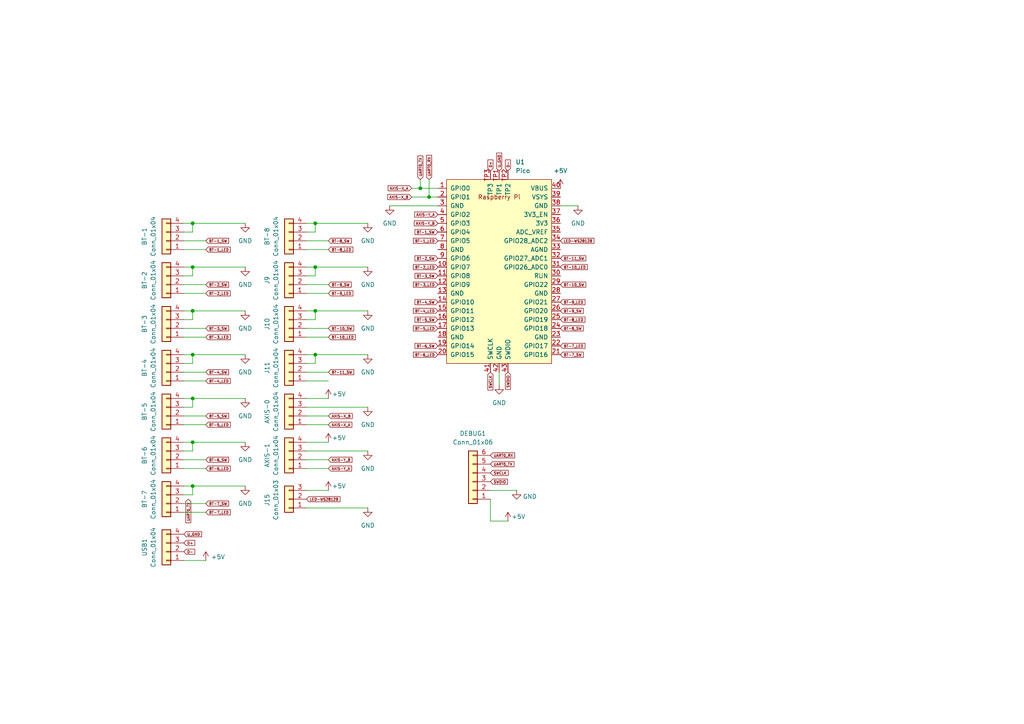
<source format=kicad_sch>
(kicad_sch (version 20231120) (generator "eeschema") (generator_version "8.0")
  (paper "A4")
  (lib_symbols
    (symbol "Connector_Generic:Conn_01x03" (pin_names (offset 1.016) hide)
      (property "Reference" "J" (at 0 5.08 0))
      (property "Value" "Conn_01x03" (at 0 -5.08 0))
      (symbol "Conn_01x03_1_1"
        (rectangle (start -1.27 -2.413) (end 0 -2.667) (stroke (width 0.1524)))
        (rectangle (start -1.27 0.127) (end 0 -0.127) (stroke (width 0.1524)))
        (rectangle (start -1.27 2.667) (end 0 2.413) (stroke (width 0.1524)))
        (rectangle (start -1.27 3.81) (end 1.27 -3.81) (stroke (width 0.254)) (fill (type background)))
        (pin passive line (at -5.08 2.54 0) (length 3.81) (name "Pin_1") (number "1"))
        (pin passive line (at -5.08 0 0) (length 3.81) (name "Pin_2") (number "2"))
        (pin passive line (at -5.08 -2.54 0) (length 3.81) (name "Pin_3") (number "3"))
      )
    )
    (symbol "Connector_Generic:Conn_01x04" (pin_names (offset 1.016) hide)
      (property "Reference" "J" (at 0 5.08 0))
      (property "Value" "Conn_01x04" (at 0 -7.62 0))
      (symbol "Conn_01x04_1_1"
        (rectangle (start -1.27 -4.953) (end 0 -5.207) (stroke (width 0.1524)))
        (rectangle (start -1.27 -2.413) (end 0 -2.667) (stroke (width 0.1524)))
        (rectangle (start -1.27 0.127) (end 0 -0.127) (stroke (width 0.1524)))
        (rectangle (start -1.27 2.667) (end 0 2.413) (stroke (width 0.1524)))
        (rectangle (start -1.27 3.81) (end 1.27 -6.35) (stroke (width 0.254)) (fill (type background)))
        (pin passive line (at -5.08 2.54 0) (length 3.81) (name "Pin_1") (number "1"))
        (pin passive line (at -5.08 0 0) (length 3.81) (name "Pin_2") (number "2"))
        (pin passive line (at -5.08 -2.54 0) (length 3.81) (name "Pin_3") (number "3"))
        (pin passive line (at -5.08 -5.08 0) (length 3.81) (name "Pin_4") (number "4"))
      )
    )
    (symbol "Connector_Generic:Conn_01x06" (pin_names (offset 1.016) hide)
      (property "Reference" "J" (at 0 7.62 0))
      (property "Value" "Conn_01x06" (at 0 -10.16 0))
      (symbol "Conn_01x06_1_1"
        (rectangle (start -1.27 -7.493) (end 0 -7.747) (stroke (width 0.1524)))
        (rectangle (start -1.27 -4.953) (end 0 -5.207) (stroke (width 0.1524)))
        (rectangle (start -1.27 -2.413) (end 0 -2.667) (stroke (width 0.1524)))
        (rectangle (start -1.27 0.127) (end 0 -0.127) (stroke (width 0.1524)))
        (rectangle (start -1.27 2.667) (end 0 2.413) (stroke (width 0.1524)))
        (rectangle (start -1.27 5.207) (end 0 4.953) (stroke (width 0.1524)))
        (rectangle (start -1.27 6.35) (end 1.27 -8.89) (stroke (width 0.254)) (fill (type background)))
        (pin passive line (at -5.08 5.08 0) (length 3.81) (name "Pin_1") (number "1"))
        (pin passive line (at -5.08 2.54 0) (length 3.81) (name "Pin_2") (number "2"))
        (pin passive line (at -5.08 0 0) (length 3.81) (name "Pin_3") (number "3"))
        (pin passive line (at -5.08 -2.54 0) (length 3.81) (name "Pin_4") (number "4"))
        (pin passive line (at -5.08 -5.08 0) (length 3.81) (name "Pin_5") (number "5"))
        (pin passive line (at -5.08 -7.62 0) (length 3.81) (name "Pin_6") (number "6"))
      )
    )
    (symbol "RPi_Pico:Pico" (pin_names (offset 1.016))
      (property "Reference" "U" (at -13.97 27.94 0))
      (property "Value" "Pico" (at 0 19.05 0))
      (symbol "Pico_0_0"
        (text "Raspberry Pi" (at 0 21.59 0) (effects (font (size 1.27 1.27))))
      )
      (symbol "Pico_0_1"
        (rectangle (start -15.24 26.67) (end 15.24 -26.67) (fill (type background)))
      )
      (symbol "Pico_1_1"
        (pin bidirectional line (at -17.78 24.13 0) (length 2.54) (name "GPIO0") (number "1"))
        (pin bidirectional line (at -17.78 1.27 0) (length 2.54) (name "GPIO7") (number "10"))
        (pin bidirectional line (at -17.78 -1.27 0) (length 2.54) (name "GPIO8") (number "11"))
        (pin bidirectional line (at -17.78 -3.81 0) (length 2.54) (name "GPIO9") (number "12"))
        (pin power_in line (at -17.78 -6.35 0) (length 2.54) (name "GND") (number "13"))
        (pin bidirectional line (at -17.78 -8.89 0) (length 2.54) (name "GPIO10") (number "14"))
        (pin bidirectional line (at -17.78 -11.43 0) (length 2.54) (name "GPIO11") (number "15"))
        (pin bidirectional line (at -17.78 -13.97 0) (length 2.54) (name "GPIO12") (number "16"))
        (pin bidirectional line (at -17.78 -16.51 0) (length 2.54) (name "GPIO13") (number "17"))
        (pin power_in line (at -17.78 -19.05 0) (length 2.54) (name "GND") (number "18"))
        (pin bidirectional line (at -17.78 -21.59 0) (length 2.54) (name "GPIO14") (number "19"))
        (pin bidirectional line (at -17.78 21.59 0) (length 2.54) (name "GPIO1") (number "2"))
        (pin bidirectional line (at -17.78 -24.13 0) (length 2.54) (name "GPIO15") (number "20"))
        (pin bidirectional line (at 17.78 -24.13 180) (length 2.54) (name "GPIO16") (number "21"))
        (pin bidirectional line (at 17.78 -21.59 180) (length 2.54) (name "GPIO17") (number "22"))
        (pin power_in line (at 17.78 -19.05 180) (length 2.54) (name "GND") (number "23"))
        (pin bidirectional line (at 17.78 -16.51 180) (length 2.54) (name "GPIO18") (number "24"))
        (pin bidirectional line (at 17.78 -13.97 180) (length 2.54) (name "GPIO19") (number "25"))
        (pin bidirectional line (at 17.78 -11.43 180) (length 2.54) (name "GPIO20") (number "26"))
        (pin bidirectional line (at 17.78 -8.89 180) (length 2.54) (name "GPIO21") (number "27"))
        (pin power_in line (at 17.78 -6.35 180) (length 2.54) (name "GND") (number "28"))
        (pin bidirectional line (at 17.78 -3.81 180) (length 2.54) (name "GPIO22") (number "29"))
        (pin power_in line (at -17.78 19.05 0) (length 2.54) (name "GND") (number "3"))
        (pin input line (at 17.78 -1.27 180) (length 2.54) (name "RUN") (number "30"))
        (pin bidirectional line (at 17.78 1.27 180) (length 2.54) (name "GPIO26_ADC0") (number "31"))
        (pin bidirectional line (at 17.78 3.81 180) (length 2.54) (name "GPIO27_ADC1") (number "32"))
        (pin power_in line (at 17.78 6.35 180) (length 2.54) (name "AGND") (number "33"))
        (pin bidirectional line (at 17.78 8.89 180) (length 2.54) (name "GPIO28_ADC2") (number "34"))
        (pin unspecified line (at 17.78 11.43 180) (length 2.54) (name "ADC_VREF") (number "35"))
        (pin unspecified line (at 17.78 13.97 180) (length 2.54) (name "3V3") (number "36"))
        (pin input line (at 17.78 16.51 180) (length 2.54) (name "3V3_EN") (number "37"))
        (pin bidirectional line (at 17.78 19.05 180) (length 2.54) (name "GND") (number "38"))
        (pin unspecified line (at 17.78 21.59 180) (length 2.54) (name "VSYS") (number "39"))
        (pin bidirectional line (at -17.78 16.51 0) (length 2.54) (name "GPIO2") (number "4"))
        (pin unspecified line (at 17.78 24.13 180) (length 2.54) (name "VBUS") (number "40"))
        (pin input line (at -2.54 -29.21 90) (length 2.54) (name "SWCLK") (number "41"))
        (pin power_in line (at 0 -29.21 90) (length 2.54) (name "GND") (number "42"))
        (pin bidirectional line (at 2.54 -29.21 90) (length 2.54) (name "SWDIO") (number "43"))
        (pin bidirectional line (at -17.78 13.97 0) (length 2.54) (name "GPIO3") (number "5"))
        (pin bidirectional line (at -17.78 11.43 0) (length 2.54) (name "GPIO4") (number "6"))
        (pin bidirectional line (at -17.78 8.89 0) (length 2.54) (name "GPIO5") (number "7"))
        (pin power_in line (at -17.78 6.35 0) (length 2.54) (name "GND") (number "8"))
        (pin bidirectional line (at -17.78 3.81 0) (length 2.54) (name "GPIO6") (number "9"))
        (pin unspecified line (at 0 29.21 270) (length 2.54) (name "TP1") (number "TP1"))
        (pin bidirectional line (at 2.54 29.21 270) (length 2.54) (name "TP2") (number "TP2"))
        (pin bidirectional line (at -2.54 29.21 270) (length 2.54) (name "TP3") (number "TP3"))
      )
    )
    (symbol "power:+5V" (power) (pin_numbers hide) (pin_names (offset 0) hide)
      (property "Value" "+5V" (at 0 3.556 0))
      (symbol "+5V_0_1"
        (polyline (pts (xy -0.762 1.27) (xy 0 2.54)))
        (polyline (pts (xy 0 0) (xy 0 2.54)))
        (polyline (pts (xy 0 2.54) (xy 0.762 1.27)))
      )
      (symbol "+5V_1_1"
        (pin power_in line (at 0 0 90) (length 0) (name "~") (number "1"))
      )
    )
    (symbol "power:GND" (power) (pin_numbers hide) (pin_names (offset 0) hide)
      (property "Value" "GND" (at 0 -3.81 0))
      (symbol "GND_0_1"
        (polyline (pts (xy 0 0) (xy 0 -1.27) (xy 1.27 -1.27) (xy 0 -2.54) (xy -1.27 -1.27) (xy 0 -1.27)))
      )
      (symbol "GND_1_1"
        (pin power_in line (at 0 0 270) (length 0) (name "~") (number "1"))
      )
    )
  )
  (junction (at 55.88 115.57))
  (junction (at 91.44 64.77))
  (junction (at 91.44 102.87))
  (junction (at 55.88 140.97))
  (junction (at 55.88 77.47))
  (junction (at 121.92 54.61))
  (junction (at 91.44 77.47))
  (junction (at 55.88 102.87))
  (junction (at 124.46 57.15))
  (junction (at 55.88 128.27))
  (junction (at 55.88 90.17))
  (junction (at 55.88 64.77))
  (junction (at 91.44 90.17))
  (wire (pts (xy 55.88 64.77) (xy 55.88 67.31)))
  (wire (pts (xy 53.34 115.57) (xy 55.88 115.57)))
  (wire (pts (xy 88.9 110.49) (xy 95.25 110.49)))
  (wire (pts (xy 144.78 107.95) (xy 144.78 111.76)))
  (wire (pts (xy 53.34 120.65) (xy 59.69 120.65)))
  (wire (pts (xy 142.24 151.13) (xy 147.32 151.13)))
  (wire (pts (xy 53.34 128.27) (xy 55.88 128.27)))
  (wire (pts (xy 91.44 64.77) (xy 91.44 67.31)))
  (wire (pts (xy 53.34 148.59) (xy 59.69 148.59)))
  (wire (pts (xy 53.34 105.41) (xy 55.88 105.41)))
  (wire (pts (xy 91.44 64.77) (xy 106.68 64.77)))
  (wire (pts (xy 55.88 77.47) (xy 55.88 80.01)))
  (wire (pts (xy 55.88 140.97) (xy 55.88 143.51)))
  (wire (pts (xy 124.46 57.15) (xy 127 57.15)))
  (wire (pts (xy 55.88 102.87) (xy 55.88 105.41)))
  (wire (pts (xy 121.92 52.07) (xy 121.92 54.61)))
  (wire (pts (xy 53.34 82.55) (xy 59.69 82.55)))
  (wire (pts (xy 91.44 102.87) (xy 91.44 105.41)))
  (wire (pts (xy 53.34 143.51) (xy 55.88 143.51)))
  (wire (pts (xy 55.88 115.57) (xy 71.12 115.57)))
  (wire (pts (xy 88.9 135.89) (xy 95.25 135.89)))
  (wire (pts (xy 53.34 92.71) (xy 55.88 92.71)))
  (wire (pts (xy 55.88 90.17) (xy 71.12 90.17)))
  (wire (pts (xy 53.34 133.35) (xy 59.69 133.35)))
  (wire (pts (xy 88.9 130.81) (xy 106.68 130.81)))
  (wire (pts (xy 55.88 90.17) (xy 55.88 92.71)))
  (wire (pts (xy 124.46 52.07) (xy 124.46 57.15)))
  (wire (pts (xy 53.34 123.19) (xy 59.69 123.19)))
  (wire (pts (xy 88.9 147.32) (xy 106.68 147.32)))
  (wire (pts (xy 53.34 67.31) (xy 55.88 67.31)))
  (wire (pts (xy 88.9 115.57) (xy 95.25 115.57)))
  (wire (pts (xy 53.34 162.56) (xy 59.69 162.56)))
  (wire (pts (xy 53.34 69.85) (xy 59.69 69.85)))
  (wire (pts (xy 88.9 85.09) (xy 95.25 85.09)))
  (wire (pts (xy 53.34 135.89) (xy 59.69 135.89)))
  (wire (pts (xy 53.34 90.17) (xy 55.88 90.17)))
  (wire (pts (xy 88.9 67.31) (xy 91.44 67.31)))
  (wire (pts (xy 91.44 77.47) (xy 91.44 80.01)))
  (wire (pts (xy 53.34 140.97) (xy 55.88 140.97)))
  (wire (pts (xy 88.9 80.01) (xy 91.44 80.01)))
  (wire (pts (xy 55.88 118.11) (xy 53.34 118.11)))
  (wire (pts (xy 53.34 102.87) (xy 55.88 102.87)))
  (wire (pts (xy 55.88 140.97) (xy 71.12 140.97)))
  (wire (pts (xy 55.88 77.47) (xy 71.12 77.47)))
  (wire (pts (xy 119.38 54.61) (xy 121.92 54.61)))
  (wire (pts (xy 88.9 64.77) (xy 91.44 64.77)))
  (wire (pts (xy 88.9 102.87) (xy 91.44 102.87)))
  (wire (pts (xy 121.92 54.61) (xy 127 54.61)))
  (wire (pts (xy 53.34 72.39) (xy 59.69 72.39)))
  (wire (pts (xy 53.34 77.47) (xy 55.88 77.47)))
  (wire (pts (xy 91.44 102.87) (xy 106.68 102.87)))
  (wire (pts (xy 88.9 107.95) (xy 95.25 107.95)))
  (wire (pts (xy 88.9 128.27) (xy 95.25 128.27)))
  (wire (pts (xy 88.9 123.19) (xy 95.25 123.19)))
  (wire (pts (xy 113.03 59.69) (xy 127 59.69)))
  (wire (pts (xy 53.34 64.77) (xy 55.88 64.77)))
  (wire (pts (xy 88.9 105.41) (xy 91.44 105.41)))
  (wire (pts (xy 53.34 130.81) (xy 55.88 130.81)))
  (wire (pts (xy 55.88 115.57) (xy 55.88 118.11)))
  (wire (pts (xy 88.9 77.47) (xy 91.44 77.47)))
  (wire (pts (xy 88.9 69.85) (xy 95.25 69.85)))
  (wire (pts (xy 53.34 97.79) (xy 59.69 97.79)))
  (wire (pts (xy 88.9 120.65) (xy 95.25 120.65)))
  (wire (pts (xy 53.34 80.01) (xy 55.88 80.01)))
  (wire (pts (xy 55.88 128.27) (xy 71.12 128.27)))
  (wire (pts (xy 88.9 97.79) (xy 95.25 97.79)))
  (wire (pts (xy 142.24 151.13) (xy 142.24 144.78)))
  (wire (pts (xy 88.9 142.24) (xy 95.25 142.24)))
  (wire (pts (xy 88.9 72.39) (xy 95.25 72.39)))
  (wire (pts (xy 53.34 107.95) (xy 59.69 107.95)))
  (wire (pts (xy 88.9 95.25) (xy 95.25 95.25)))
  (wire (pts (xy 88.9 92.71) (xy 91.44 92.71)))
  (wire (pts (xy 162.56 59.69) (xy 167.64 59.69)))
  (wire (pts (xy 53.34 95.25) (xy 59.69 95.25)))
  (wire (pts (xy 55.88 64.77) (xy 71.12 64.77)))
  (wire (pts (xy 119.38 57.15) (xy 124.46 57.15)))
  (wire (pts (xy 88.9 118.11) (xy 106.68 118.11)))
  (wire (pts (xy 53.34 146.05) (xy 59.69 146.05)))
  (wire (pts (xy 91.44 90.17) (xy 91.44 92.71)))
  (wire (pts (xy 88.9 82.55) (xy 95.25 82.55)))
  (wire (pts (xy 55.88 102.87) (xy 71.12 102.87)))
  (wire (pts (xy 55.88 128.27) (xy 55.88 130.81)))
  (wire (pts (xy 88.9 90.17) (xy 91.44 90.17)))
  (wire (pts (xy 53.34 85.09) (xy 59.69 85.09)))
  (wire (pts (xy 88.9 133.35) (xy 95.25 133.35)))
  (wire (pts (xy 53.34 110.49) (xy 59.69 110.49)))
  (wire (pts (xy 142.24 142.24) (xy 149.86 142.24)))
  (wire (pts (xy 91.44 90.17) (xy 106.68 90.17)))
  (wire (pts (xy 91.44 77.47) (xy 106.68 77.47)))
  (global_label "BT-1_SW" (shape input) (at 59.69 69.85 0) (effects (font (size 0.762 0.762))) (property "Intersheetrefs" "${INTERSHEET_REFS}" (effects (hide yes))))
  (global_label "BT-1_LED" (shape input) (at 127 69.85 180) (effects (font (size 0.762 0.762))) (property "Intersheetrefs" "${INTERSHEET_REFS}" (effects (hide yes))))
  (global_label "BT-8_SW" (shape input) (at 95.25 69.85 0) (effects (font (size 0.762 0.762))) (property "Intersheetrefs" "${INTERSHEET_REFS}" (effects (hide yes))))
  (global_label "BT-10_LED" (shape input) (at 162.56 77.47 0) (effects (font (size 0.762 0.762))) (property "Intersheetrefs" "${INTERSHEET_REFS}" (effects (hide yes))))
  (global_label "BT-8_SW" (shape input) (at 162.56 95.25 0) (effects (font (size 0.762 0.762))) (property "Intersheetrefs" "${INTERSHEET_REFS}" (effects (hide yes))))
  (global_label "SWDIO" (shape input) (at 147.32 107.95 270) (effects (font (size 0.762 0.762))) (property "Intersheetrefs" "${INTERSHEET_REFS}" (effects (hide yes))))
  (global_label "BT-5_SW" (shape input) (at 59.69 120.65 0) (effects (font (size 0.762 0.762))) (property "Intersheetrefs" "${INTERSHEET_REFS}" (effects (hide yes))))
  (global_label "BT-5_LED" (shape input) (at 59.69 123.19 0) (effects (font (size 0.762 0.762))) (property "Intersheetrefs" "${INTERSHEET_REFS}" (effects (hide yes))))
  (global_label "BT-6_LED" (shape input) (at 59.69 135.89 0) (effects (font (size 0.762 0.762))) (property "Intersheetrefs" "${INTERSHEET_REFS}" (effects (hide yes))))
  (global_label "BT-4_LED" (shape input) (at 127 90.17 180) (effects (font (size 0.762 0.762))) (property "Intersheetrefs" "${INTERSHEET_REFS}" (effects (hide yes))))
  (global_label "SWCLK" (shape input) (at 142.24 137.16 0) (effects (font (size 0.762 0.762))) (property "Intersheetrefs" "${INTERSHEET_REFS}" (effects (hide yes))))
  (global_label "UART0_RX" (shape input) (at 142.24 132.08 0) (effects (font (size 0.762 0.762))) (property "Intersheetrefs" "${INTERSHEET_REFS}" (effects (hide yes))))
  (global_label "BT-4_SW" (shape input) (at 59.69 107.95 0) (effects (font (size 0.762 0.762))) (property "Intersheetrefs" "${INTERSHEET_REFS}" (effects (hide yes))))
  (global_label "BT-9_SW" (shape input) (at 95.25 82.55 0) (effects (font (size 0.762 0.762))) (property "Intersheetrefs" "${INTERSHEET_REFS}" (effects (hide yes))))
  (global_label "U_GND" (shape input) (at 144.78 49.53 90) (effects (font (size 0.762 0.762))) (property "Intersheetrefs" "${INTERSHEET_REFS}" (effects (hide yes))))
  (global_label "BT-4_SW" (shape input) (at 127 87.63 180) (effects (font (size 0.762 0.762))) (property "Intersheetrefs" "${INTERSHEET_REFS}" (effects (hide yes))))
  (global_label "SWCLK" (shape input) (at 142.24 107.95 270) (effects (font (size 0.762 0.762))) (property "Intersheetrefs" "${INTERSHEET_REFS}" (effects (hide yes))))
  (global_label "BT-9_LED" (shape input) (at 95.25 85.09 0) (effects (font (size 0.762 0.762))) (property "Intersheetrefs" "${INTERSHEET_REFS}" (effects (hide yes))))
  (global_label "BT-10_LED" (shape input) (at 95.25 97.79 0) (effects (font (size 0.762 0.762))) (property "Intersheetrefs" "${INTERSHEET_REFS}" (effects (hide yes))))
  (global_label "BT-2_SW" (shape input) (at 59.69 82.55 0) (effects (font (size 0.762 0.762))) (property "Intersheetrefs" "${INTERSHEET_REFS}" (effects (hide yes))))
  (global_label "BT-10_SW" (shape input) (at 162.56 82.55 0) (effects (font (size 0.762 0.762))) (property "Intersheetrefs" "${INTERSHEET_REFS}" (effects (hide yes))))
  (global_label "BT-5_SW" (shape input) (at 127 92.71 180) (effects (font (size 0.762 0.762))) (property "Intersheetrefs" "${INTERSHEET_REFS}" (effects (hide yes))))
  (global_label "BT-1_SW" (shape input) (at 127 67.31 180) (effects (font (size 0.762 0.762))) (property "Intersheetrefs" "${INTERSHEET_REFS}" (effects (hide yes))))
  (global_label "BT-3_LED" (shape input) (at 59.69 97.79 0) (effects (font (size 0.762 0.762))) (property "Intersheetrefs" "${INTERSHEET_REFS}" (effects (hide yes))))
  (global_label "BT-7_LED" (shape input) (at 162.56 100.33 0) (effects (font (size 0.762 0.762))) (property "Intersheetrefs" "${INTERSHEET_REFS}" (effects (hide yes))))
  (global_label "BT-9_SW" (shape input) (at 162.56 90.17 0) (effects (font (size 0.762 0.762))) (property "Intersheetrefs" "${INTERSHEET_REFS}" (effects (hide yes))))
  (global_label "D-" (shape input) (at 53.34 160.02 0) (effects (font (size 0.762 0.762))) (property "Intersheetrefs" "${INTERSHEET_REFS}" (effects (hide yes))))
  (global_label "AXIS-Y_A" (shape input) (at 95.25 135.89 0) (effects (font (size 0.762 0.762))) (property "Intersheetrefs" "${INTERSHEET_REFS}" (effects (hide yes))))
  (global_label "BT-10_SW" (shape input) (at 95.25 95.25 0) (effects (font (size 0.762 0.762))) (property "Intersheetrefs" "${INTERSHEET_REFS}" (effects (hide yes))))
  (global_label "UART0_TX" (shape input) (at 54.61 144.78 270) (effects (font (size 0.762 0.762))) (property "Intersheetrefs" "${INTERSHEET_REFS}" (effects (hide yes))))
  (global_label "D+" (shape input) (at 142.24 49.53 90) (effects (font (size 0.762 0.762))) (property "Intersheetrefs" "${INTERSHEET_REFS}" (effects (hide yes))))
  (global_label "AXIS-Y_B" (shape input) (at 95.25 133.35 0) (effects (font (size 0.762 0.762))) (property "Intersheetrefs" "${INTERSHEET_REFS}" (effects (hide yes))))
  (global_label "BT-7_SW" (shape input) (at 59.69 146.05 0) (effects (font (size 0.762 0.762))) (property "Intersheetrefs" "${INTERSHEET_REFS}" (effects (hide yes))))
  (global_label "UART0_TX" (shape input) (at 142.24 134.62 0) (effects (font (size 0.762 0.762))) (property "Intersheetrefs" "${INTERSHEET_REFS}" (effects (hide yes))))
  (global_label "BT-9_LED" (shape input) (at 162.56 87.63 0) (effects (font (size 0.762 0.762))) (property "Intersheetrefs" "${INTERSHEET_REFS}" (effects (hide yes))))
  (global_label "AXIS-Y_A" (shape input) (at 127 62.23 180) (effects (font (size 0.762 0.762))) (property "Intersheetrefs" "${INTERSHEET_REFS}" (effects (hide yes))))
  (global_label "BT-1_LED" (shape input) (at 59.69 72.39 0) (effects (font (size 0.762 0.762))) (property "Intersheetrefs" "${INTERSHEET_REFS}" (effects (hide yes))))
  (global_label "BT-7_LED" (shape input) (at 59.69 148.59 0) (effects (font (size 0.762 0.762))) (property "Intersheetrefs" "${INTERSHEET_REFS}" (effects (hide yes))))
  (global_label "UART0_RX" (shape input) (at 124.46 52.07 90) (effects (font (size 0.762 0.762))) (property "Intersheetrefs" "${INTERSHEET_REFS}" (effects (hide yes))))
  (global_label "BT-2_SW" (shape input) (at 127 74.93 180) (effects (font (size 0.762 0.762))) (property "Intersheetrefs" "${INTERSHEET_REFS}" (effects (hide yes))))
  (global_label "AXIS-X_B" (shape input) (at 119.38 57.15 180) (effects (font (size 0.762 0.762))) (property "Intersheetrefs" "${INTERSHEET_REFS}" (effects (hide yes))))
  (global_label "BT-3_SW" (shape input) (at 127 80.01 180) (effects (font (size 0.762 0.762))) (property "Intersheetrefs" "${INTERSHEET_REFS}" (effects (hide yes))))
  (global_label "BT-11_SW" (shape input) (at 162.56 74.93 0) (effects (font (size 0.762 0.762))) (property "Intersheetrefs" "${INTERSHEET_REFS}" (effects (hide yes))))
  (global_label "AXIS-Y_B" (shape input) (at 127 64.77 180) (effects (font (size 0.762 0.762))) (property "Intersheetrefs" "${INTERSHEET_REFS}" (effects (hide yes))))
  (global_label "BT-3_SW" (shape input) (at 59.69 95.25 0) (effects (font (size 0.762 0.762))) (property "Intersheetrefs" "${INTERSHEET_REFS}" (effects (hide yes))))
  (global_label "BT-5_LED" (shape input) (at 127 95.25 180) (effects (font (size 0.762 0.762))) (property "Intersheetrefs" "${INTERSHEET_REFS}" (effects (hide yes))))
  (global_label "BT-8_LED" (shape input) (at 162.56 92.71 0) (effects (font (size 0.762 0.762))) (property "Intersheetrefs" "${INTERSHEET_REFS}" (effects (hide yes))))
  (global_label "BT-8_LED" (shape input) (at 95.25 72.39 0) (effects (font (size 0.762 0.762))) (property "Intersheetrefs" "${INTERSHEET_REFS}" (effects (hide yes))))
  (global_label "AXIS-X_A" (shape input) (at 95.25 123.19 0) (effects (font (size 0.762 0.762))) (property "Intersheetrefs" "${INTERSHEET_REFS}" (effects (hide yes))))
  (global_label "SWDIO" (shape input) (at 142.24 139.7 0) (effects (font (size 0.762 0.762))) (property "Intersheetrefs" "${INTERSHEET_REFS}" (effects (hide yes))))
  (global_label "D+" (shape input) (at 53.34 157.48 0) (effects (font (size 0.762 0.762))) (property "Intersheetrefs" "${INTERSHEET_REFS}" (effects (hide yes))))
  (global_label "BT-7_SW" (shape input) (at 162.56 102.87 0) (effects (font (size 0.762 0.762))) (property "Intersheetrefs" "${INTERSHEET_REFS}" (effects (hide yes))))
  (global_label "BT-2_LED" (shape input) (at 127 77.47 180) (effects (font (size 0.762 0.762))) (property "Intersheetrefs" "${INTERSHEET_REFS}" (effects (hide yes))))
  (global_label "U_GND" (shape input) (at 53.34 154.94 0) (effects (font (size 0.762 0.762))) (property "Intersheetrefs" "${INTERSHEET_REFS}" (effects (hide yes))))
  (global_label "AXIS-X_B" (shape input) (at 95.25 120.65 0) (effects (font (size 0.762 0.762))) (property "Intersheetrefs" "${INTERSHEET_REFS}" (effects (hide yes))))
  (global_label "LED-WS2812B" (shape input) (at 88.9 144.78 0) (effects (font (size 0.762 0.762))) (property "Intersheetrefs" "${INTERSHEET_REFS}" (effects (hide yes))))
  (global_label "BT-11_SW" (shape input) (at 95.25 107.95 0) (effects (font (size 0.762 0.762))) (property "Intersheetrefs" "${INTERSHEET_REFS}" (effects (hide yes))))
  (global_label "BT-6_LED" (shape input) (at 127 102.87 180) (effects (font (size 0.762 0.762))) (property "Intersheetrefs" "${INTERSHEET_REFS}" (effects (hide yes))))
  (global_label "D-" (shape input) (at 147.32 49.53 90) (effects (font (size 0.762 0.762))) (property "Intersheetrefs" "${INTERSHEET_REFS}" (effects (hide yes))))
  (global_label "BT-3_LED" (shape input) (at 127 82.55 180) (effects (font (size 0.762 0.762))) (property "Intersheetrefs" "${INTERSHEET_REFS}" (effects (hide yes))))
  (global_label "AXIS-X_A" (shape input) (at 119.38 54.61 180) (effects (font (size 0.762 0.762))) (property "Intersheetrefs" "${INTERSHEET_REFS}" (effects (hide yes))))
  (global_label "UART0_TX" (shape input) (at 121.92 52.07 90) (effects (font (size 0.762 0.762))) (property "Intersheetrefs" "${INTERSHEET_REFS}" (effects (hide yes))))
  (global_label "BT-2_LED" (shape input) (at 59.69 85.09 0) (effects (font (size 0.762 0.762))) (property "Intersheetrefs" "${INTERSHEET_REFS}" (effects (hide yes))))
  (global_label "BT-4_LED" (shape input) (at 59.69 110.49 0) (effects (font (size 0.762 0.762))) (property "Intersheetrefs" "${INTERSHEET_REFS}" (effects (hide yes))))
  (global_label "BT-6_SW" (shape input) (at 127 100.33 180) (effects (font (size 0.762 0.762))) (property "Intersheetrefs" "${INTERSHEET_REFS}" (effects (hide yes))))
  (global_label "BT-6_SW" (shape input) (at 59.69 133.35 0) (effects (font (size 0.762 0.762))) (property "Intersheetrefs" "${INTERSHEET_REFS}" (effects (hide yes))))
  (global_label "LED-WS2812B" (shape input) (at 162.56 69.85 0) (effects (font (size 0.762 0.762))) (property "Intersheetrefs" "${INTERSHEET_REFS}" (effects (hide yes))))
  (symbol (lib_id "power:+5V") (at 95.25 128.27 0) (unit 1)
    (property "Reference" "#PWR014" (effects (hide yes)))
    (property "Value" "+5V" (at 98.298 127 0))
    (property "Description" "Power symbol creates a global label with name \"+5V\"" (effects (hide yes)))
  )
  (symbol (lib_id "power:GND") (at 167.64 59.69 0) (unit 1)
    (property "Reference" "#PWR021" (effects (hide yes)))
    (property "Value" "GND" (at 167.64 64.77 0))
    (property "Description" "Power symbol creates a global label with name \"GND\" , ground" (effects (hide yes)))
  )
  (symbol (lib_id "power:GND") (at 71.12 140.97 0) (unit 1)
    (property "Reference" "#PWR011" (effects (hide yes)))
    (property "Value" "GND" (at 71.12 146.05 0))
    (property "Description" "Power symbol creates a global label with name \"GND\" , ground" (effects (hide yes)))
  )
  (symbol (lib_id "power:+5V") (at 59.69 162.56 0) (unit 1)
    (property "Reference" "#PWR013" (effects (hide yes)))
    (property "Value" "+5V" (at 63.246 161.544 0))
    (property "Description" "Power symbol creates a global label with name \"+5V\"" (effects (hide yes)))
  )
  (symbol (lib_id "Connector_Generic:Conn_01x04") (at 48.26 107.95 180) (unit 1)
    (property "Reference" "BT-4" (at 41.91 106.68 90))
    (property "Value" "Conn_01x04" (at 44.45 106.68 90))
    (property "Footprint" "Connector_JST:JST_XH_B4B-XH-A_1x04_P2.50mm_Vertical" (effects (hide yes)))
    (property "Description" "Generic connector, single row, 01x04, script generated (kicad-library-utils/schlib/autogen/connector/)" (effects (hide yes)))
  )
  (symbol (lib_id "power:GND") (at 106.68 130.81 0) (unit 1)
    (property "Reference" "#PWR03" (effects (hide yes)))
    (property "Value" "GND" (at 106.68 135.89 0))
    (property "Description" "Power symbol creates a global label with name \"GND\" , ground" (effects (hide yes)))
  )
  (symbol (lib_id "Connector_Generic:Conn_01x04") (at 83.82 133.35 180) (unit 1)
    (property "Reference" "AXIS-1" (at 77.47 132.08 90))
    (property "Value" "Conn_01x04" (at 80.01 132.08 90))
    (property "Footprint" "Connector_JST:JST_XH_B4B-XH-A_1x04_P2.50mm_Vertical" (effects (hide yes)))
    (property "Description" "Generic connector, single row, 01x04, script generated (kicad-library-utils/schlib/autogen/connector/)" (effects (hide yes)))
  )
  (symbol (lib_id "Connector_Generic:Conn_01x04") (at 48.26 133.35 180) (unit 1)
    (property "Reference" "BT-6" (at 41.91 132.08 90))
    (property "Value" "Conn_01x04" (at 44.45 132.08 90))
    (property "Footprint" "Connector_JST:JST_XH_B4B-XH-A_1x04_P2.50mm_Vertical" (effects (hide yes)))
    (property "Description" "Generic connector, single row, 01x04, script generated (kicad-library-utils/schlib/autogen/connector/)" (effects (hide yes)))
  )
  (symbol (lib_id "Connector_Generic:Conn_01x04") (at 48.26 95.25 180) (unit 1)
    (property "Reference" "BT-3" (at 41.91 93.98 90))
    (property "Value" "Conn_01x04" (at 44.45 93.98 90))
    (property "Footprint" "Connector_JST:JST_XH_B4B-XH-A_1x04_P2.50mm_Vertical" (effects (hide yes)))
    (property "Description" "Generic connector, single row, 01x04, script generated (kicad-library-utils/schlib/autogen/connector/)" (effects (hide yes)))
  )
  (symbol (lib_id "power:GND") (at 71.12 128.27 0) (unit 1)
    (property "Reference" "#PWR05" (effects (hide yes)))
    (property "Value" "GND" (at 71.12 133.35 0))
    (property "Description" "Power symbol creates a global label with name \"GND\" , ground" (effects (hide yes)))
  )
  (symbol (lib_id "Connector_Generic:Conn_01x06") (at 137.16 139.7 180) (unit 1)
    (property "Reference" "DEBUG1" (at 137.16 125.73 0))
    (property "Value" "Conn_01x06" (at 137.16 128.27 0))
    (property "Footprint" "Connector_PinHeader_2.54mm:PinHeader_1x06_P2.54mm_Vertical" (effects (hide yes)))
    (property "Description" "Generic connector, single row, 01x06, script generated (kicad-library-utils/schlib/autogen/connector/)" (effects (hide yes)))
  )
  (symbol (lib_id "power:GND") (at 106.68 102.87 0) (unit 1)
    (property "Reference" "#PWR018" (effects (hide yes)))
    (property "Value" "GND" (at 106.68 107.95 0))
    (property "Description" "Power symbol creates a global label with name \"GND\" , ground" (effects (hide yes)))
  )
  (symbol (lib_id "power:GND") (at 71.12 77.47 0) (unit 1)
    (property "Reference" "#PWR07" (effects (hide yes)))
    (property "Value" "GND" (at 71.12 82.55 0))
    (property "Description" "Power symbol creates a global label with name \"GND\" , ground" (effects (hide yes)))
  )
  (symbol (lib_id "power:+5V") (at 162.56 54.61 0) (unit 1)
    (property "Reference" "#PWR012" (effects (hide yes)))
    (property "Value" "+5V" (at 162.56 49.53 0))
    (property "Description" "Power symbol creates a global label with name \"+5V\"" (effects (hide yes)))
  )
  (symbol (lib_id "Connector_Generic:Conn_01x04") (at 83.82 69.85 180) (unit 1)
    (property "Reference" "BT-8" (at 77.47 68.58 90))
    (property "Value" "Conn_01x04" (at 80.01 68.58 90))
    (property "Footprint" "Connector_JST:JST_XH_B4B-XH-A_1x04_P2.50mm_Vertical" (effects (hide yes)))
    (property "Description" "Generic connector, single row, 01x04, script generated (kicad-library-utils/schlib/autogen/connector/)" (effects (hide yes)))
  )
  (symbol (lib_id "power:+5V") (at 95.25 142.24 0) (unit 1)
    (property "Reference" "#PWR020" (effects (hide yes)))
    (property "Value" "+5V" (at 98.298 140.97 0))
    (property "Description" "Power symbol creates a global label with name \"+5V\"" (effects (hide yes)))
  )
  (symbol (lib_id "power:GND") (at 106.68 147.32 0) (unit 1)
    (property "Reference" "#PWR019" (effects (hide yes)))
    (property "Value" "GND" (at 106.68 152.4 0))
    (property "Description" "Power symbol creates a global label with name \"GND\" , ground" (effects (hide yes)))
  )
  (symbol (lib_id "power:GND") (at 71.12 102.87 0) (unit 1)
    (property "Reference" "#PWR09" (effects (hide yes)))
    (property "Value" "GND" (at 71.12 107.95 0))
    (property "Description" "Power symbol creates a global label with name \"GND\" , ground" (effects (hide yes)))
  )
  (symbol (lib_id "power:GND") (at 149.86 142.24 0) (unit 1)
    (property "Reference" "#PWR023" (effects (hide yes)))
    (property "Value" "GND" (at 153.67 144.018 0))
    (property "Description" "Power symbol creates a global label with name \"GND\" , ground" (effects (hide yes)))
  )
  (symbol (lib_id "Connector_Generic:Conn_01x04") (at 83.82 120.65 180) (unit 1)
    (property "Reference" "AXIS-0" (at 77.47 119.38 90))
    (property "Value" "Conn_01x04" (at 80.01 119.38 90))
    (property "Footprint" "Connector_JST:JST_XH_B4B-XH-A_1x04_P2.50mm_Vertical" (effects (hide yes)))
    (property "Description" "Generic connector, single row, 01x04, script generated (kicad-library-utils/schlib/autogen/connector/)" (effects (hide yes)))
  )
  (symbol (lib_id "power:+5V") (at 147.32 151.13 0) (unit 1)
    (property "Reference" "#PWR024" (effects (hide yes)))
    (property "Value" "+5V" (at 150.368 149.86 0))
    (property "Description" "Power symbol creates a global label with name \"+5V\"" (effects (hide yes)))
  )
  (symbol (lib_id "power:GND") (at 106.68 64.77 0) (unit 1)
    (property "Reference" "#PWR016" (effects (hide yes)))
    (property "Value" "GND" (at 106.68 69.85 0))
    (property "Description" "Power symbol creates a global label with name \"GND\" , ground" (effects (hide yes)))
  )
  (symbol (lib_id "power:+5V") (at 95.25 115.57 0) (unit 1)
    (property "Reference" "#PWR015" (effects (hide yes)))
    (property "Value" "+5V" (at 98.298 114.3 0))
    (property "Description" "Power symbol creates a global label with name \"+5V\"" (effects (hide yes)))
  )
  (symbol (lib_id "RPi_Pico:Pico") (at 144.78 78.74 0) (unit 1)
    (property "Reference" "U1" (at 149.5141 46.99 0) (effects (justify left)))
    (property "Value" "Pico" (at 149.5141 49.53 0) (effects (justify left)))
    (property "Footprint" "RPi_Pico:RPi_Pico_SMD_TH" (effects (hide yes)))
  )
  (symbol (lib_id "Connector_Generic:Conn_01x04") (at 83.82 95.25 180) (unit 1)
    (property "Reference" "J10" (at 77.47 93.98 90))
    (property "Value" "Conn_01x04" (at 80.01 93.98 90))
    (property "Footprint" "Connector_JST:JST_XH_B4B-XH-A_1x04_P2.50mm_Vertical" (effects (hide yes)))
    (property "Description" "Generic connector, single row, 01x04, script generated (kicad-library-utils/schlib/autogen/connector/)" (effects (hide yes)))
  )
  (symbol (lib_id "power:GND") (at 113.03 59.69 0) (unit 1)
    (property "Reference" "#PWR01" (effects (hide yes)))
    (property "Value" "GND" (at 113.03 64.77 0))
    (property "Description" "Power symbol creates a global label with name \"GND\" , ground" (effects (hide yes)))
  )
  (symbol (lib_id "power:GND") (at 106.68 118.11 0) (unit 1)
    (property "Reference" "#PWR02" (effects (hide yes)))
    (property "Value" "GND" (at 106.68 123.19 0))
    (property "Description" "Power symbol creates a global label with name \"GND\" , ground" (effects (hide yes)))
  )
  (symbol (lib_id "power:GND") (at 71.12 90.17 0) (unit 1)
    (property "Reference" "#PWR08" (effects (hide yes)))
    (property "Value" "GND" (at 71.12 95.25 0))
    (property "Description" "Power symbol creates a global label with name \"GND\" , ground" (effects (hide yes)))
  )
  (symbol (lib_id "Connector_Generic:Conn_01x04") (at 48.26 146.05 180) (unit 1)
    (property "Reference" "BT-7" (at 41.91 144.78 90))
    (property "Value" "Conn_01x04" (at 44.45 144.78 90))
    (property "Footprint" "Connector_JST:JST_XH_B4B-XH-A_1x04_P2.50mm_Vertical" (effects (hide yes)))
    (property "Description" "Generic connector, single row, 01x04, script generated (kicad-library-utils/schlib/autogen/connector/)" (effects (hide yes)))
  )
  (symbol (lib_id "Connector_Generic:Conn_01x04") (at 83.82 82.55 180) (unit 1)
    (property "Reference" "J9" (at 77.47 81.28 90))
    (property "Value" "Conn_01x04" (at 80.01 81.28 90))
    (property "Footprint" "Connector_JST:JST_XH_B4B-XH-A_1x04_P2.50mm_Vertical" (effects (hide yes)))
    (property "Description" "Generic connector, single row, 01x04, script generated (kicad-library-utils/schlib/autogen/connector/)" (effects (hide yes)))
  )
  (symbol (lib_id "power:GND") (at 71.12 115.57 0) (mirror y) (unit 1)
    (property "Reference" "#PWR010" (effects (hide yes)))
    (property "Value" "GND" (at 71.12 120.65 0))
    (property "Description" "Power symbol creates a global label with name \"GND\" , ground" (effects (hide yes)))
  )
  (symbol (lib_id "Connector_Generic:Conn_01x04") (at 48.26 160.02 180) (unit 1)
    (property "Reference" "USB1" (at 41.91 158.75 90))
    (property "Value" "Conn_01x04" (at 44.45 158.75 90))
    (property "Footprint" "Connector_JST:JST_XH_B4B-XH-A_1x04_P2.50mm_Vertical" (effects (hide yes)))
    (property "Description" "Generic connector, single row, 01x04, script generated (kicad-library-utils/schlib/autogen/connector/)" (effects (hide yes)))
  )
  (symbol (lib_id "Connector_Generic:Conn_01x03") (at 83.82 144.78 180) (unit 1)
    (property "Reference" "J15" (at 77.47 145.034 90))
    (property "Value" "Conn_01x03" (at 80.01 145.034 90))
    (property "Footprint" "Connector_JST:JST_XH_B3B-XH-A_1x03_P2.50mm_Vertical" (effects (hide yes)))
    (property "Description" "Generic connector, single row, 01x03, script generated (kicad-library-utils/schlib/autogen/connector/)" (effects (hide yes)))
  )
  (symbol (lib_id "power:GND") (at 106.68 77.47 0) (unit 1)
    (property "Reference" "#PWR04" (effects (hide yes)))
    (property "Value" "GND" (at 106.68 82.55 0))
    (property "Description" "Power symbol creates a global label with name \"GND\" , ground" (effects (hide yes)))
  )
  (symbol (lib_id "power:GND") (at 106.68 90.17 0) (unit 1)
    (property "Reference" "#PWR017" (effects (hide yes)))
    (property "Value" "GND" (at 106.68 95.25 0))
    (property "Description" "Power symbol creates a global label with name \"GND\" , ground" (effects (hide yes)))
  )
  (symbol (lib_id "Connector_Generic:Conn_01x04") (at 48.26 120.65 180) (unit 1)
    (property "Reference" "BT-5" (at 41.91 119.38 90))
    (property "Value" "Conn_01x04" (at 44.45 119.38 90))
    (property "Footprint" "Connector_JST:JST_XH_B4B-XH-A_1x04_P2.50mm_Vertical" (effects (hide yes)))
    (property "Description" "Generic connector, single row, 01x04, script generated (kicad-library-utils/schlib/autogen/connector/)" (effects (hide yes)))
  )
  (symbol (lib_id "power:GND") (at 144.78 111.76 0) (unit 1)
    (property "Reference" "#PWR022" (effects (hide yes)))
    (property "Value" "GND" (at 144.78 116.84 0))
    (property "Description" "Power symbol creates a global label with name \"GND\" , ground" (effects (hide yes)))
  )
  (symbol (lib_id "Connector_Generic:Conn_01x04") (at 48.26 69.85 180) (unit 1)
    (property "Reference" "BT-1" (at 41.91 68.58 90))
    (property "Value" "Conn_01x04" (at 44.45 68.58 90))
    (property "Footprint" "Connector_JST:JST_XH_B4B-XH-A_1x04_P2.50mm_Vertical" (effects (hide yes)))
    (property "Description" "Generic connector, single row, 01x04, script generated (kicad-library-utils/schlib/autogen/connector/)" (effects (hide yes)))
  )
  (symbol (lib_id "Connector_Generic:Conn_01x04") (at 48.26 82.55 180) (unit 1)
    (property "Reference" "BT-2" (at 41.91 81.28 90))
    (property "Value" "Conn_01x04" (at 44.45 81.28 90))
    (property "Footprint" "Connector_JST:JST_XH_B4B-XH-A_1x04_P2.50mm_Vertical" (effects (hide yes)))
    (property "Description" "Generic connector, single row, 01x04, script generated (kicad-library-utils/schlib/autogen/connector/)" (effects (hide yes)))
  )
  (symbol (lib_id "Connector_Generic:Conn_01x04") (at 83.82 107.95 180) (unit 1)
    (property "Reference" "J11" (at 77.47 106.68 90))
    (property "Value" "Conn_01x04" (at 80.01 106.68 90))
    (property "Footprint" "Connector_JST:JST_XH_B4B-XH-A_1x04_P2.50mm_Vertical" (effects (hide yes)))
    (property "Description" "Generic connector, single row, 01x04, script generated (kicad-library-utils/schlib/autogen/connector/)" (effects (hide yes)))
  )
  (symbol (lib_id "power:GND") (at 71.12 64.77 0) (unit 1)
    (property "Reference" "#PWR06" (effects (hide yes)))
    (property "Value" "GND" (at 71.12 69.85 0))
    (property "Description" "Power symbol creates a global label with name \"GND\" , ground" (effects (hide yes)))
  )
)
</source>
